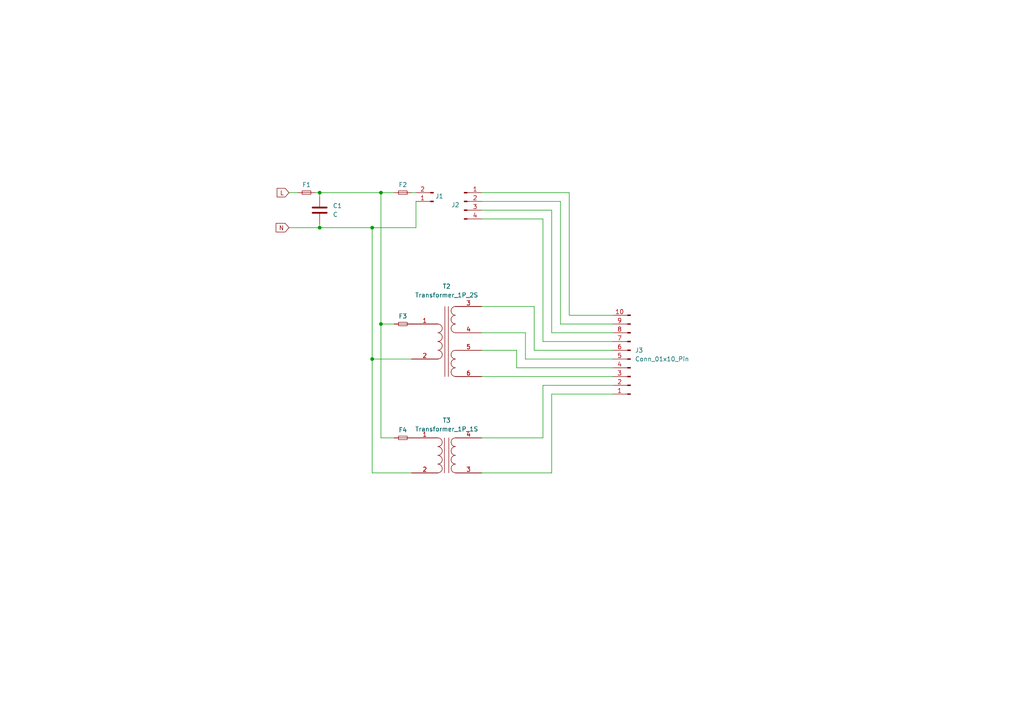
<source format=kicad_sch>
(kicad_sch
	(version 20231120)
	(generator "eeschema")
	(generator_version "8.0")
	(uuid "072b511e-f0ec-4909-b9c0-149273565cd2")
	(paper "A4")
	(lib_symbols
		(symbol "Connector:Conn_01x02_Pin"
			(pin_names
				(offset 1.016) hide)
			(exclude_from_sim no)
			(in_bom yes)
			(on_board yes)
			(property "Reference" "J"
				(at 0 2.54 0)
				(effects
					(font
						(size 1.27 1.27)
					)
				)
			)
			(property "Value" "Conn_01x02_Pin"
				(at 0 -5.08 0)
				(effects
					(font
						(size 1.27 1.27)
					)
				)
			)
			(property "Footprint" ""
				(at 0 0 0)
				(effects
					(font
						(size 1.27 1.27)
					)
					(hide yes)
				)
			)
			(property "Datasheet" "~"
				(at 0 0 0)
				(effects
					(font
						(size 1.27 1.27)
					)
					(hide yes)
				)
			)
			(property "Description" "Generic connector, single row, 01x02, script generated"
				(at 0 0 0)
				(effects
					(font
						(size 1.27 1.27)
					)
					(hide yes)
				)
			)
			(property "ki_locked" ""
				(at 0 0 0)
				(effects
					(font
						(size 1.27 1.27)
					)
				)
			)
			(property "ki_keywords" "connector"
				(at 0 0 0)
				(effects
					(font
						(size 1.27 1.27)
					)
					(hide yes)
				)
			)
			(property "ki_fp_filters" "Connector*:*_1x??_*"
				(at 0 0 0)
				(effects
					(font
						(size 1.27 1.27)
					)
					(hide yes)
				)
			)
			(symbol "Conn_01x02_Pin_1_1"
				(polyline
					(pts
						(xy 1.27 -2.54) (xy 0.8636 -2.54)
					)
					(stroke
						(width 0.1524)
						(type default)
					)
					(fill
						(type none)
					)
				)
				(polyline
					(pts
						(xy 1.27 0) (xy 0.8636 0)
					)
					(stroke
						(width 0.1524)
						(type default)
					)
					(fill
						(type none)
					)
				)
				(rectangle
					(start 0.8636 -2.413)
					(end 0 -2.667)
					(stroke
						(width 0.1524)
						(type default)
					)
					(fill
						(type outline)
					)
				)
				(rectangle
					(start 0.8636 0.127)
					(end 0 -0.127)
					(stroke
						(width 0.1524)
						(type default)
					)
					(fill
						(type outline)
					)
				)
				(pin passive line
					(at 5.08 0 180)
					(length 3.81)
					(name "Pin_1"
						(effects
							(font
								(size 1.27 1.27)
							)
						)
					)
					(number "1"
						(effects
							(font
								(size 1.27 1.27)
							)
						)
					)
				)
				(pin passive line
					(at 5.08 -2.54 180)
					(length 3.81)
					(name "Pin_2"
						(effects
							(font
								(size 1.27 1.27)
							)
						)
					)
					(number "2"
						(effects
							(font
								(size 1.27 1.27)
							)
						)
					)
				)
			)
		)
		(symbol "Connector:Conn_01x04_Pin"
			(pin_names
				(offset 1.016) hide)
			(exclude_from_sim no)
			(in_bom yes)
			(on_board yes)
			(property "Reference" "J"
				(at 0 5.08 0)
				(effects
					(font
						(size 1.27 1.27)
					)
				)
			)
			(property "Value" "Conn_01x04_Pin"
				(at 0 -7.62 0)
				(effects
					(font
						(size 1.27 1.27)
					)
				)
			)
			(property "Footprint" ""
				(at 0 0 0)
				(effects
					(font
						(size 1.27 1.27)
					)
					(hide yes)
				)
			)
			(property "Datasheet" "~"
				(at 0 0 0)
				(effects
					(font
						(size 1.27 1.27)
					)
					(hide yes)
				)
			)
			(property "Description" "Generic connector, single row, 01x04, script generated"
				(at 0 0 0)
				(effects
					(font
						(size 1.27 1.27)
					)
					(hide yes)
				)
			)
			(property "ki_locked" ""
				(at 0 0 0)
				(effects
					(font
						(size 1.27 1.27)
					)
				)
			)
			(property "ki_keywords" "connector"
				(at 0 0 0)
				(effects
					(font
						(size 1.27 1.27)
					)
					(hide yes)
				)
			)
			(property "ki_fp_filters" "Connector*:*_1x??_*"
				(at 0 0 0)
				(effects
					(font
						(size 1.27 1.27)
					)
					(hide yes)
				)
			)
			(symbol "Conn_01x04_Pin_1_1"
				(polyline
					(pts
						(xy 1.27 -5.08) (xy 0.8636 -5.08)
					)
					(stroke
						(width 0.1524)
						(type default)
					)
					(fill
						(type none)
					)
				)
				(polyline
					(pts
						(xy 1.27 -2.54) (xy 0.8636 -2.54)
					)
					(stroke
						(width 0.1524)
						(type default)
					)
					(fill
						(type none)
					)
				)
				(polyline
					(pts
						(xy 1.27 0) (xy 0.8636 0)
					)
					(stroke
						(width 0.1524)
						(type default)
					)
					(fill
						(type none)
					)
				)
				(polyline
					(pts
						(xy 1.27 2.54) (xy 0.8636 2.54)
					)
					(stroke
						(width 0.1524)
						(type default)
					)
					(fill
						(type none)
					)
				)
				(rectangle
					(start 0.8636 -4.953)
					(end 0 -5.207)
					(stroke
						(width 0.1524)
						(type default)
					)
					(fill
						(type outline)
					)
				)
				(rectangle
					(start 0.8636 -2.413)
					(end 0 -2.667)
					(stroke
						(width 0.1524)
						(type default)
					)
					(fill
						(type outline)
					)
				)
				(rectangle
					(start 0.8636 0.127)
					(end 0 -0.127)
					(stroke
						(width 0.1524)
						(type default)
					)
					(fill
						(type outline)
					)
				)
				(rectangle
					(start 0.8636 2.667)
					(end 0 2.413)
					(stroke
						(width 0.1524)
						(type default)
					)
					(fill
						(type outline)
					)
				)
				(pin passive line
					(at 5.08 2.54 180)
					(length 3.81)
					(name "Pin_1"
						(effects
							(font
								(size 1.27 1.27)
							)
						)
					)
					(number "1"
						(effects
							(font
								(size 1.27 1.27)
							)
						)
					)
				)
				(pin passive line
					(at 5.08 0 180)
					(length 3.81)
					(name "Pin_2"
						(effects
							(font
								(size 1.27 1.27)
							)
						)
					)
					(number "2"
						(effects
							(font
								(size 1.27 1.27)
							)
						)
					)
				)
				(pin passive line
					(at 5.08 -2.54 180)
					(length 3.81)
					(name "Pin_3"
						(effects
							(font
								(size 1.27 1.27)
							)
						)
					)
					(number "3"
						(effects
							(font
								(size 1.27 1.27)
							)
						)
					)
				)
				(pin passive line
					(at 5.08 -5.08 180)
					(length 3.81)
					(name "Pin_4"
						(effects
							(font
								(size 1.27 1.27)
							)
						)
					)
					(number "4"
						(effects
							(font
								(size 1.27 1.27)
							)
						)
					)
				)
			)
		)
		(symbol "Connector:Conn_01x10_Pin"
			(pin_names
				(offset 1.016) hide)
			(exclude_from_sim no)
			(in_bom yes)
			(on_board yes)
			(property "Reference" "J"
				(at 0 12.7 0)
				(effects
					(font
						(size 1.27 1.27)
					)
				)
			)
			(property "Value" "Conn_01x10_Pin"
				(at 0 -15.24 0)
				(effects
					(font
						(size 1.27 1.27)
					)
				)
			)
			(property "Footprint" ""
				(at 0 0 0)
				(effects
					(font
						(size 1.27 1.27)
					)
					(hide yes)
				)
			)
			(property "Datasheet" "~"
				(at 0 0 0)
				(effects
					(font
						(size 1.27 1.27)
					)
					(hide yes)
				)
			)
			(property "Description" "Generic connector, single row, 01x10, script generated"
				(at 0 0 0)
				(effects
					(font
						(size 1.27 1.27)
					)
					(hide yes)
				)
			)
			(property "ki_locked" ""
				(at 0 0 0)
				(effects
					(font
						(size 1.27 1.27)
					)
				)
			)
			(property "ki_keywords" "connector"
				(at 0 0 0)
				(effects
					(font
						(size 1.27 1.27)
					)
					(hide yes)
				)
			)
			(property "ki_fp_filters" "Connector*:*_1x??_*"
				(at 0 0 0)
				(effects
					(font
						(size 1.27 1.27)
					)
					(hide yes)
				)
			)
			(symbol "Conn_01x10_Pin_1_1"
				(polyline
					(pts
						(xy 1.27 -12.7) (xy 0.8636 -12.7)
					)
					(stroke
						(width 0.1524)
						(type default)
					)
					(fill
						(type none)
					)
				)
				(polyline
					(pts
						(xy 1.27 -10.16) (xy 0.8636 -10.16)
					)
					(stroke
						(width 0.1524)
						(type default)
					)
					(fill
						(type none)
					)
				)
				(polyline
					(pts
						(xy 1.27 -7.62) (xy 0.8636 -7.62)
					)
					(stroke
						(width 0.1524)
						(type default)
					)
					(fill
						(type none)
					)
				)
				(polyline
					(pts
						(xy 1.27 -5.08) (xy 0.8636 -5.08)
					)
					(stroke
						(width 0.1524)
						(type default)
					)
					(fill
						(type none)
					)
				)
				(polyline
					(pts
						(xy 1.27 -2.54) (xy 0.8636 -2.54)
					)
					(stroke
						(width 0.1524)
						(type default)
					)
					(fill
						(type none)
					)
				)
				(polyline
					(pts
						(xy 1.27 0) (xy 0.8636 0)
					)
					(stroke
						(width 0.1524)
						(type default)
					)
					(fill
						(type none)
					)
				)
				(polyline
					(pts
						(xy 1.27 2.54) (xy 0.8636 2.54)
					)
					(stroke
						(width 0.1524)
						(type default)
					)
					(fill
						(type none)
					)
				)
				(polyline
					(pts
						(xy 1.27 5.08) (xy 0.8636 5.08)
					)
					(stroke
						(width 0.1524)
						(type default)
					)
					(fill
						(type none)
					)
				)
				(polyline
					(pts
						(xy 1.27 7.62) (xy 0.8636 7.62)
					)
					(stroke
						(width 0.1524)
						(type default)
					)
					(fill
						(type none)
					)
				)
				(polyline
					(pts
						(xy 1.27 10.16) (xy 0.8636 10.16)
					)
					(stroke
						(width 0.1524)
						(type default)
					)
					(fill
						(type none)
					)
				)
				(rectangle
					(start 0.8636 -12.573)
					(end 0 -12.827)
					(stroke
						(width 0.1524)
						(type default)
					)
					(fill
						(type outline)
					)
				)
				(rectangle
					(start 0.8636 -10.033)
					(end 0 -10.287)
					(stroke
						(width 0.1524)
						(type default)
					)
					(fill
						(type outline)
					)
				)
				(rectangle
					(start 0.8636 -7.493)
					(end 0 -7.747)
					(stroke
						(width 0.1524)
						(type default)
					)
					(fill
						(type outline)
					)
				)
				(rectangle
					(start 0.8636 -4.953)
					(end 0 -5.207)
					(stroke
						(width 0.1524)
						(type default)
					)
					(fill
						(type outline)
					)
				)
				(rectangle
					(start 0.8636 -2.413)
					(end 0 -2.667)
					(stroke
						(width 0.1524)
						(type default)
					)
					(fill
						(type outline)
					)
				)
				(rectangle
					(start 0.8636 0.127)
					(end 0 -0.127)
					(stroke
						(width 0.1524)
						(type default)
					)
					(fill
						(type outline)
					)
				)
				(rectangle
					(start 0.8636 2.667)
					(end 0 2.413)
					(stroke
						(width 0.1524)
						(type default)
					)
					(fill
						(type outline)
					)
				)
				(rectangle
					(start 0.8636 5.207)
					(end 0 4.953)
					(stroke
						(width 0.1524)
						(type default)
					)
					(fill
						(type outline)
					)
				)
				(rectangle
					(start 0.8636 7.747)
					(end 0 7.493)
					(stroke
						(width 0.1524)
						(type default)
					)
					(fill
						(type outline)
					)
				)
				(rectangle
					(start 0.8636 10.287)
					(end 0 10.033)
					(stroke
						(width 0.1524)
						(type default)
					)
					(fill
						(type outline)
					)
				)
				(pin passive line
					(at 5.08 10.16 180)
					(length 3.81)
					(name "Pin_1"
						(effects
							(font
								(size 1.27 1.27)
							)
						)
					)
					(number "1"
						(effects
							(font
								(size 1.27 1.27)
							)
						)
					)
				)
				(pin passive line
					(at 5.08 -12.7 180)
					(length 3.81)
					(name "Pin_10"
						(effects
							(font
								(size 1.27 1.27)
							)
						)
					)
					(number "10"
						(effects
							(font
								(size 1.27 1.27)
							)
						)
					)
				)
				(pin passive line
					(at 5.08 7.62 180)
					(length 3.81)
					(name "Pin_2"
						(effects
							(font
								(size 1.27 1.27)
							)
						)
					)
					(number "2"
						(effects
							(font
								(size 1.27 1.27)
							)
						)
					)
				)
				(pin passive line
					(at 5.08 5.08 180)
					(length 3.81)
					(name "Pin_3"
						(effects
							(font
								(size 1.27 1.27)
							)
						)
					)
					(number "3"
						(effects
							(font
								(size 1.27 1.27)
							)
						)
					)
				)
				(pin passive line
					(at 5.08 2.54 180)
					(length 3.81)
					(name "Pin_4"
						(effects
							(font
								(size 1.27 1.27)
							)
						)
					)
					(number "4"
						(effects
							(font
								(size 1.27 1.27)
							)
						)
					)
				)
				(pin passive line
					(at 5.08 0 180)
					(length 3.81)
					(name "Pin_5"
						(effects
							(font
								(size 1.27 1.27)
							)
						)
					)
					(number "5"
						(effects
							(font
								(size 1.27 1.27)
							)
						)
					)
				)
				(pin passive line
					(at 5.08 -2.54 180)
					(length 3.81)
					(name "Pin_6"
						(effects
							(font
								(size 1.27 1.27)
							)
						)
					)
					(number "6"
						(effects
							(font
								(size 1.27 1.27)
							)
						)
					)
				)
				(pin passive line
					(at 5.08 -5.08 180)
					(length 3.81)
					(name "Pin_7"
						(effects
							(font
								(size 1.27 1.27)
							)
						)
					)
					(number "7"
						(effects
							(font
								(size 1.27 1.27)
							)
						)
					)
				)
				(pin passive line
					(at 5.08 -7.62 180)
					(length 3.81)
					(name "Pin_8"
						(effects
							(font
								(size 1.27 1.27)
							)
						)
					)
					(number "8"
						(effects
							(font
								(size 1.27 1.27)
							)
						)
					)
				)
				(pin passive line
					(at 5.08 -10.16 180)
					(length 3.81)
					(name "Pin_9"
						(effects
							(font
								(size 1.27 1.27)
							)
						)
					)
					(number "9"
						(effects
							(font
								(size 1.27 1.27)
							)
						)
					)
				)
			)
		)
		(symbol "Device:C"
			(pin_numbers hide)
			(pin_names
				(offset 0.254)
			)
			(exclude_from_sim no)
			(in_bom yes)
			(on_board yes)
			(property "Reference" "C"
				(at 0.635 2.54 0)
				(effects
					(font
						(size 1.27 1.27)
					)
					(justify left)
				)
			)
			(property "Value" "C"
				(at 0.635 -2.54 0)
				(effects
					(font
						(size 1.27 1.27)
					)
					(justify left)
				)
			)
			(property "Footprint" ""
				(at 0.9652 -3.81 0)
				(effects
					(font
						(size 1.27 1.27)
					)
					(hide yes)
				)
			)
			(property "Datasheet" "~"
				(at 0 0 0)
				(effects
					(font
						(size 1.27 1.27)
					)
					(hide yes)
				)
			)
			(property "Description" "Unpolarized capacitor"
				(at 0 0 0)
				(effects
					(font
						(size 1.27 1.27)
					)
					(hide yes)
				)
			)
			(property "ki_keywords" "cap capacitor"
				(at 0 0 0)
				(effects
					(font
						(size 1.27 1.27)
					)
					(hide yes)
				)
			)
			(property "ki_fp_filters" "C_*"
				(at 0 0 0)
				(effects
					(font
						(size 1.27 1.27)
					)
					(hide yes)
				)
			)
			(symbol "C_0_1"
				(polyline
					(pts
						(xy -2.032 -0.762) (xy 2.032 -0.762)
					)
					(stroke
						(width 0.508)
						(type default)
					)
					(fill
						(type none)
					)
				)
				(polyline
					(pts
						(xy -2.032 0.762) (xy 2.032 0.762)
					)
					(stroke
						(width 0.508)
						(type default)
					)
					(fill
						(type none)
					)
				)
			)
			(symbol "C_1_1"
				(pin passive line
					(at 0 3.81 270)
					(length 2.794)
					(name "~"
						(effects
							(font
								(size 1.27 1.27)
							)
						)
					)
					(number "1"
						(effects
							(font
								(size 1.27 1.27)
							)
						)
					)
				)
				(pin passive line
					(at 0 -3.81 90)
					(length 2.794)
					(name "~"
						(effects
							(font
								(size 1.27 1.27)
							)
						)
					)
					(number "2"
						(effects
							(font
								(size 1.27 1.27)
							)
						)
					)
				)
			)
		)
		(symbol "Device:Fuse_Small"
			(pin_numbers hide)
			(pin_names
				(offset 0.254) hide)
			(exclude_from_sim no)
			(in_bom yes)
			(on_board yes)
			(property "Reference" "F"
				(at 0 -1.524 0)
				(effects
					(font
						(size 1.27 1.27)
					)
				)
			)
			(property "Value" "Fuse_Small"
				(at 0 1.524 0)
				(effects
					(font
						(size 1.27 1.27)
					)
				)
			)
			(property "Footprint" ""
				(at 0 0 0)
				(effects
					(font
						(size 1.27 1.27)
					)
					(hide yes)
				)
			)
			(property "Datasheet" "~"
				(at 0 0 0)
				(effects
					(font
						(size 1.27 1.27)
					)
					(hide yes)
				)
			)
			(property "Description" "Fuse, small symbol"
				(at 0 0 0)
				(effects
					(font
						(size 1.27 1.27)
					)
					(hide yes)
				)
			)
			(property "ki_keywords" "fuse"
				(at 0 0 0)
				(effects
					(font
						(size 1.27 1.27)
					)
					(hide yes)
				)
			)
			(property "ki_fp_filters" "*Fuse*"
				(at 0 0 0)
				(effects
					(font
						(size 1.27 1.27)
					)
					(hide yes)
				)
			)
			(symbol "Fuse_Small_0_1"
				(rectangle
					(start -1.27 0.508)
					(end 1.27 -0.508)
					(stroke
						(width 0)
						(type default)
					)
					(fill
						(type none)
					)
				)
				(polyline
					(pts
						(xy -1.27 0) (xy 1.27 0)
					)
					(stroke
						(width 0)
						(type default)
					)
					(fill
						(type none)
					)
				)
			)
			(symbol "Fuse_Small_1_1"
				(pin passive line
					(at -2.54 0 0)
					(length 1.27)
					(name "~"
						(effects
							(font
								(size 1.27 1.27)
							)
						)
					)
					(number "1"
						(effects
							(font
								(size 1.27 1.27)
							)
						)
					)
				)
				(pin passive line
					(at 2.54 0 180)
					(length 1.27)
					(name "~"
						(effects
							(font
								(size 1.27 1.27)
							)
						)
					)
					(number "2"
						(effects
							(font
								(size 1.27 1.27)
							)
						)
					)
				)
			)
		)
		(symbol "Device:Transformer_1P_1S"
			(pin_names
				(offset 1.016) hide)
			(exclude_from_sim no)
			(in_bom yes)
			(on_board yes)
			(property "Reference" "T"
				(at 0 6.35 0)
				(effects
					(font
						(size 1.27 1.27)
					)
				)
			)
			(property "Value" "Transformer_1P_1S"
				(at 0 -7.62 0)
				(effects
					(font
						(size 1.27 1.27)
					)
				)
			)
			(property "Footprint" ""
				(at 0 0 0)
				(effects
					(font
						(size 1.27 1.27)
					)
					(hide yes)
				)
			)
			(property "Datasheet" "~"
				(at 0 0 0)
				(effects
					(font
						(size 1.27 1.27)
					)
					(hide yes)
				)
			)
			(property "Description" "Transformer, single primary, single secondary"
				(at 0 0 0)
				(effects
					(font
						(size 1.27 1.27)
					)
					(hide yes)
				)
			)
			(property "ki_keywords" "transformer coil magnet"
				(at 0 0 0)
				(effects
					(font
						(size 1.27 1.27)
					)
					(hide yes)
				)
			)
			(symbol "Transformer_1P_1S_0_1"
				(arc
					(start -2.54 -5.0546)
					(mid -1.6599 -4.6901)
					(end -1.27 -3.81)
					(stroke
						(width 0)
						(type default)
					)
					(fill
						(type none)
					)
				)
				(arc
					(start -2.54 -2.5146)
					(mid -1.6599 -2.1501)
					(end -1.27 -1.27)
					(stroke
						(width 0)
						(type default)
					)
					(fill
						(type none)
					)
				)
				(arc
					(start -2.54 0.0254)
					(mid -1.6599 0.3899)
					(end -1.27 1.27)
					(stroke
						(width 0)
						(type default)
					)
					(fill
						(type none)
					)
				)
				(arc
					(start -2.54 2.5654)
					(mid -1.6599 2.9299)
					(end -1.27 3.81)
					(stroke
						(width 0)
						(type default)
					)
					(fill
						(type none)
					)
				)
				(arc
					(start -1.27 -3.81)
					(mid -1.642 -2.912)
					(end -2.54 -2.54)
					(stroke
						(width 0)
						(type default)
					)
					(fill
						(type none)
					)
				)
				(arc
					(start -1.27 -1.27)
					(mid -1.642 -0.372)
					(end -2.54 0)
					(stroke
						(width 0)
						(type default)
					)
					(fill
						(type none)
					)
				)
				(arc
					(start -1.27 1.27)
					(mid -1.642 2.168)
					(end -2.54 2.54)
					(stroke
						(width 0)
						(type default)
					)
					(fill
						(type none)
					)
				)
				(arc
					(start -1.27 3.81)
					(mid -1.642 4.708)
					(end -2.54 5.08)
					(stroke
						(width 0)
						(type default)
					)
					(fill
						(type none)
					)
				)
				(polyline
					(pts
						(xy -0.635 5.08) (xy -0.635 -5.08)
					)
					(stroke
						(width 0)
						(type default)
					)
					(fill
						(type none)
					)
				)
				(polyline
					(pts
						(xy 0.635 -5.08) (xy 0.635 5.08)
					)
					(stroke
						(width 0)
						(type default)
					)
					(fill
						(type none)
					)
				)
				(arc
					(start 1.2954 -1.27)
					(mid 1.6599 -2.1501)
					(end 2.54 -2.5146)
					(stroke
						(width 0)
						(type default)
					)
					(fill
						(type none)
					)
				)
				(arc
					(start 1.2954 1.27)
					(mid 1.6599 0.3899)
					(end 2.54 0.0254)
					(stroke
						(width 0)
						(type default)
					)
					(fill
						(type none)
					)
				)
				(arc
					(start 1.2954 3.81)
					(mid 1.6599 2.9299)
					(end 2.54 2.5654)
					(stroke
						(width 0)
						(type default)
					)
					(fill
						(type none)
					)
				)
				(arc
					(start 1.3208 -3.81)
					(mid 1.6853 -4.6901)
					(end 2.5654 -5.0546)
					(stroke
						(width 0)
						(type default)
					)
					(fill
						(type none)
					)
				)
				(arc
					(start 2.54 0)
					(mid 1.642 -0.372)
					(end 1.2954 -1.27)
					(stroke
						(width 0)
						(type default)
					)
					(fill
						(type none)
					)
				)
				(arc
					(start 2.54 2.54)
					(mid 1.642 2.168)
					(end 1.2954 1.27)
					(stroke
						(width 0)
						(type default)
					)
					(fill
						(type none)
					)
				)
				(arc
					(start 2.54 5.08)
					(mid 1.642 4.708)
					(end 1.2954 3.81)
					(stroke
						(width 0)
						(type default)
					)
					(fill
						(type none)
					)
				)
				(arc
					(start 2.5654 -2.54)
					(mid 1.6674 -2.912)
					(end 1.3208 -3.81)
					(stroke
						(width 0)
						(type default)
					)
					(fill
						(type none)
					)
				)
			)
			(symbol "Transformer_1P_1S_1_1"
				(pin passive line
					(at -10.16 5.08 0)
					(length 7.62)
					(name "AA"
						(effects
							(font
								(size 1.27 1.27)
							)
						)
					)
					(number "1"
						(effects
							(font
								(size 1.27 1.27)
							)
						)
					)
				)
				(pin passive line
					(at -10.16 -5.08 0)
					(length 7.62)
					(name "AB"
						(effects
							(font
								(size 1.27 1.27)
							)
						)
					)
					(number "2"
						(effects
							(font
								(size 1.27 1.27)
							)
						)
					)
				)
				(pin passive line
					(at 10.16 -5.08 180)
					(length 7.62)
					(name "SA"
						(effects
							(font
								(size 1.27 1.27)
							)
						)
					)
					(number "3"
						(effects
							(font
								(size 1.27 1.27)
							)
						)
					)
				)
				(pin passive line
					(at 10.16 5.08 180)
					(length 7.62)
					(name "SB"
						(effects
							(font
								(size 1.27 1.27)
							)
						)
					)
					(number "4"
						(effects
							(font
								(size 1.27 1.27)
							)
						)
					)
				)
			)
		)
		(symbol "Device:Transformer_1P_2S"
			(pin_names
				(offset 1.016) hide)
			(exclude_from_sim no)
			(in_bom yes)
			(on_board yes)
			(property "Reference" "T"
				(at 0 12.7 0)
				(effects
					(font
						(size 1.27 1.27)
					)
				)
			)
			(property "Value" "Transformer_1P_2S"
				(at 0 -12.7 0)
				(effects
					(font
						(size 1.27 1.27)
					)
				)
			)
			(property "Footprint" ""
				(at 0 0 0)
				(effects
					(font
						(size 1.27 1.27)
					)
					(hide yes)
				)
			)
			(property "Datasheet" "~"
				(at 0 0 0)
				(effects
					(font
						(size 1.27 1.27)
					)
					(hide yes)
				)
			)
			(property "Description" "Transformer, single primary, dual secondary"
				(at 0 0 0)
				(effects
					(font
						(size 1.27 1.27)
					)
					(hide yes)
				)
			)
			(property "ki_keywords" "transformer coil magnet"
				(at 0 0 0)
				(effects
					(font
						(size 1.27 1.27)
					)
					(hide yes)
				)
			)
			(symbol "Transformer_1P_2S_0_1"
				(arc
					(start -2.54 -5.0546)
					(mid -1.6599 -4.6901)
					(end -1.27 -3.81)
					(stroke
						(width 0)
						(type default)
					)
					(fill
						(type none)
					)
				)
				(arc
					(start -2.54 -2.5146)
					(mid -1.6599 -2.1501)
					(end -1.27 -1.27)
					(stroke
						(width 0)
						(type default)
					)
					(fill
						(type none)
					)
				)
				(arc
					(start -2.54 0.0254)
					(mid -1.6599 0.3899)
					(end -1.27 1.27)
					(stroke
						(width 0)
						(type default)
					)
					(fill
						(type none)
					)
				)
				(arc
					(start -2.54 2.5654)
					(mid -1.6599 2.9299)
					(end -1.27 3.81)
					(stroke
						(width 0)
						(type default)
					)
					(fill
						(type none)
					)
				)
				(arc
					(start -1.27 -3.81)
					(mid -1.642 -2.912)
					(end -2.54 -2.54)
					(stroke
						(width 0)
						(type default)
					)
					(fill
						(type none)
					)
				)
				(arc
					(start -1.27 -1.27)
					(mid -1.642 -0.372)
					(end -2.54 0)
					(stroke
						(width 0)
						(type default)
					)
					(fill
						(type none)
					)
				)
				(arc
					(start -1.27 1.27)
					(mid -1.642 2.168)
					(end -2.54 2.54)
					(stroke
						(width 0)
						(type default)
					)
					(fill
						(type none)
					)
				)
				(arc
					(start -1.27 3.81)
					(mid -1.642 4.708)
					(end -2.54 5.08)
					(stroke
						(width 0)
						(type default)
					)
					(fill
						(type none)
					)
				)
				(polyline
					(pts
						(xy -0.508 -10.16) (xy -0.508 10.16)
					)
					(stroke
						(width 0)
						(type default)
					)
					(fill
						(type none)
					)
				)
				(polyline
					(pts
						(xy 0.508 10.16) (xy 0.508 -10.16)
					)
					(stroke
						(width 0)
						(type default)
					)
					(fill
						(type none)
					)
				)
				(arc
					(start 1.2954 -8.89)
					(mid 1.6599 -9.7701)
					(end 2.54 -10.1346)
					(stroke
						(width 0)
						(type default)
					)
					(fill
						(type none)
					)
				)
				(arc
					(start 1.2954 -6.35)
					(mid 1.6599 -7.2301)
					(end 2.54 -7.5946)
					(stroke
						(width 0)
						(type default)
					)
					(fill
						(type none)
					)
				)
				(arc
					(start 1.2954 -3.81)
					(mid 1.6599 -4.6901)
					(end 2.54 -5.0546)
					(stroke
						(width 0)
						(type default)
					)
					(fill
						(type none)
					)
				)
				(arc
					(start 1.2954 3.81)
					(mid 1.6599 2.9299)
					(end 2.54 2.5654)
					(stroke
						(width 0)
						(type default)
					)
					(fill
						(type none)
					)
				)
				(arc
					(start 1.2954 6.35)
					(mid 1.6599 5.4699)
					(end 2.54 5.1054)
					(stroke
						(width 0)
						(type default)
					)
					(fill
						(type none)
					)
				)
				(arc
					(start 1.2954 8.89)
					(mid 1.6599 8.0099)
					(end 2.54 7.6454)
					(stroke
						(width 0)
						(type default)
					)
					(fill
						(type none)
					)
				)
				(arc
					(start 2.54 -7.62)
					(mid 1.642 -7.992)
					(end 1.2954 -8.89)
					(stroke
						(width 0)
						(type default)
					)
					(fill
						(type none)
					)
				)
				(arc
					(start 2.54 -5.08)
					(mid 1.642 -5.452)
					(end 1.2954 -6.35)
					(stroke
						(width 0)
						(type default)
					)
					(fill
						(type none)
					)
				)
				(arc
					(start 2.54 -2.54)
					(mid 1.642 -2.912)
					(end 1.2954 -3.81)
					(stroke
						(width 0)
						(type default)
					)
					(fill
						(type none)
					)
				)
				(arc
					(start 2.54 5.08)
					(mid 1.642 4.708)
					(end 1.2954 3.81)
					(stroke
						(width 0)
						(type default)
					)
					(fill
						(type none)
					)
				)
				(arc
					(start 2.54 7.62)
					(mid 1.642 7.248)
					(end 1.2954 6.35)
					(stroke
						(width 0)
						(type default)
					)
					(fill
						(type none)
					)
				)
				(arc
					(start 2.54 10.16)
					(mid 1.642 9.788)
					(end 1.2954 8.89)
					(stroke
						(width 0)
						(type default)
					)
					(fill
						(type none)
					)
				)
			)
			(symbol "Transformer_1P_2S_1_1"
				(pin passive line
					(at -10.16 5.08 0)
					(length 7.62)
					(name "AA"
						(effects
							(font
								(size 1.27 1.27)
							)
						)
					)
					(number "1"
						(effects
							(font
								(size 1.27 1.27)
							)
						)
					)
				)
				(pin passive line
					(at -10.16 -5.08 0)
					(length 7.62)
					(name "AB"
						(effects
							(font
								(size 1.27 1.27)
							)
						)
					)
					(number "2"
						(effects
							(font
								(size 1.27 1.27)
							)
						)
					)
				)
				(pin passive line
					(at 10.16 10.16 180)
					(length 7.62)
					(name "SA"
						(effects
							(font
								(size 1.27 1.27)
							)
						)
					)
					(number "3"
						(effects
							(font
								(size 1.27 1.27)
							)
						)
					)
				)
				(pin passive line
					(at 10.16 2.54 180)
					(length 7.62)
					(name "SB"
						(effects
							(font
								(size 1.27 1.27)
							)
						)
					)
					(number "4"
						(effects
							(font
								(size 1.27 1.27)
							)
						)
					)
				)
				(pin passive line
					(at 10.16 -2.54 180)
					(length 7.62)
					(name "SC"
						(effects
							(font
								(size 1.27 1.27)
							)
						)
					)
					(number "5"
						(effects
							(font
								(size 1.27 1.27)
							)
						)
					)
				)
				(pin passive line
					(at 10.16 -10.16 180)
					(length 7.62)
					(name "SD"
						(effects
							(font
								(size 1.27 1.27)
							)
						)
					)
					(number "6"
						(effects
							(font
								(size 1.27 1.27)
							)
						)
					)
				)
			)
		)
	)
	(junction
		(at 107.95 104.14)
		(diameter 0)
		(color 0 0 0 0)
		(uuid "702046a0-8f5d-42cb-9af3-0519fca340f7")
	)
	(junction
		(at 107.95 66.04)
		(diameter 0)
		(color 0 0 0 0)
		(uuid "70af064d-5817-45c9-b879-d20a7b7b1b84")
	)
	(junction
		(at 110.49 55.88)
		(diameter 0)
		(color 0 0 0 0)
		(uuid "c8c2094d-7644-43a3-b8b1-c7f11daee41b")
	)
	(junction
		(at 110.49 93.98)
		(diameter 0)
		(color 0 0 0 0)
		(uuid "dc922b40-0beb-4317-bdb5-086d11d32bea")
	)
	(junction
		(at 92.71 55.88)
		(diameter 0)
		(color 0 0 0 0)
		(uuid "ee5af16c-b9d8-420a-98e6-7067421c2ab4")
	)
	(junction
		(at 92.71 66.04)
		(diameter 0)
		(color 0 0 0 0)
		(uuid "f7da677b-feb8-424b-bb03-fed863a93208")
	)
	(wire
		(pts
			(xy 139.7 101.6) (xy 149.86 101.6)
		)
		(stroke
			(width 0)
			(type default)
		)
		(uuid "03aebee6-07fe-4614-ac44-9e6f0f556d2a")
	)
	(wire
		(pts
			(xy 157.48 63.5) (xy 157.48 99.06)
		)
		(stroke
			(width 0)
			(type default)
		)
		(uuid "0535629e-e539-4ba0-89c5-f9bd766c69a3")
	)
	(wire
		(pts
			(xy 152.4 104.14) (xy 177.8 104.14)
		)
		(stroke
			(width 0)
			(type default)
		)
		(uuid "07353162-c7e0-48be-b093-e8cd4ccf1c99")
	)
	(wire
		(pts
			(xy 162.56 58.42) (xy 162.56 93.98)
		)
		(stroke
			(width 0)
			(type default)
		)
		(uuid "21023a71-39d3-4576-908b-ae317f2b2def")
	)
	(wire
		(pts
			(xy 139.7 96.52) (xy 152.4 96.52)
		)
		(stroke
			(width 0)
			(type default)
		)
		(uuid "309dd896-fcdd-44c6-964a-8c3fc26325a4")
	)
	(wire
		(pts
			(xy 139.7 127) (xy 157.48 127)
		)
		(stroke
			(width 0)
			(type default)
		)
		(uuid "31712336-794a-407c-9659-37378cf1ade3")
	)
	(wire
		(pts
			(xy 160.02 96.52) (xy 177.8 96.52)
		)
		(stroke
			(width 0)
			(type default)
		)
		(uuid "3872d16b-8b2e-4146-aa85-7c0ba11b1b82")
	)
	(wire
		(pts
			(xy 157.48 99.06) (xy 177.8 99.06)
		)
		(stroke
			(width 0)
			(type default)
		)
		(uuid "38fdc2c1-c980-40d3-b5be-f0882d3c7d93")
	)
	(wire
		(pts
			(xy 107.95 104.14) (xy 107.95 137.16)
		)
		(stroke
			(width 0)
			(type default)
		)
		(uuid "3b95115a-34a2-4b00-b020-39c65c79c868")
	)
	(wire
		(pts
			(xy 120.65 66.04) (xy 120.65 58.42)
		)
		(stroke
			(width 0)
			(type default)
		)
		(uuid "4389c2aa-bd5f-4a85-bef4-297facdff112")
	)
	(wire
		(pts
			(xy 110.49 93.98) (xy 114.3 93.98)
		)
		(stroke
			(width 0)
			(type default)
		)
		(uuid "4b08f409-5754-4283-b23c-35ccfca542b9")
	)
	(wire
		(pts
			(xy 119.38 55.88) (xy 120.65 55.88)
		)
		(stroke
			(width 0)
			(type default)
		)
		(uuid "4ef755f3-078a-44d0-807f-c05f26fcbbdc")
	)
	(wire
		(pts
			(xy 83.82 66.04) (xy 92.71 66.04)
		)
		(stroke
			(width 0)
			(type default)
		)
		(uuid "50240a66-f702-4d6a-8c27-41e00022fd56")
	)
	(wire
		(pts
			(xy 149.86 101.6) (xy 149.86 106.68)
		)
		(stroke
			(width 0)
			(type default)
		)
		(uuid "592c9dcc-1a11-41e4-9797-e58871782189")
	)
	(wire
		(pts
			(xy 154.94 88.9) (xy 154.94 101.6)
		)
		(stroke
			(width 0)
			(type default)
		)
		(uuid "5a64befd-00f7-4873-b543-558b5115b677")
	)
	(wire
		(pts
			(xy 110.49 127) (xy 114.3 127)
		)
		(stroke
			(width 0)
			(type default)
		)
		(uuid "5c131c7a-615a-4c0d-bbef-2d1a457d8e91")
	)
	(wire
		(pts
			(xy 107.95 66.04) (xy 120.65 66.04)
		)
		(stroke
			(width 0)
			(type default)
		)
		(uuid "5cfc2114-5320-4e3e-8eeb-3e16a5d601da")
	)
	(wire
		(pts
			(xy 139.7 63.5) (xy 157.48 63.5)
		)
		(stroke
			(width 0)
			(type default)
		)
		(uuid "63ffb284-1788-4e7f-88bc-ae9ea5f27d0d")
	)
	(wire
		(pts
			(xy 139.7 60.96) (xy 160.02 60.96)
		)
		(stroke
			(width 0)
			(type default)
		)
		(uuid "6600ea1f-6ac2-4e13-a4ab-19eee853a063")
	)
	(wire
		(pts
			(xy 139.7 55.88) (xy 165.1 55.88)
		)
		(stroke
			(width 0)
			(type default)
		)
		(uuid "68d2deb9-5a65-4e9a-8ac2-a4a04e2b1a33")
	)
	(wire
		(pts
			(xy 139.7 137.16) (xy 160.02 137.16)
		)
		(stroke
			(width 0)
			(type default)
		)
		(uuid "68e15084-662c-47b5-af64-927926ac6b70")
	)
	(wire
		(pts
			(xy 92.71 55.88) (xy 92.71 57.15)
		)
		(stroke
			(width 0)
			(type default)
		)
		(uuid "6c547092-3cab-446d-81f2-7ea462eaf655")
	)
	(wire
		(pts
			(xy 92.71 55.88) (xy 110.49 55.88)
		)
		(stroke
			(width 0)
			(type default)
		)
		(uuid "6f3d9a97-4bca-4472-9eeb-305f27a619a1")
	)
	(wire
		(pts
			(xy 92.71 64.77) (xy 92.71 66.04)
		)
		(stroke
			(width 0)
			(type default)
		)
		(uuid "72badcf1-6fa1-49f9-8de0-83e46a64dd83")
	)
	(wire
		(pts
			(xy 110.49 55.88) (xy 110.49 93.98)
		)
		(stroke
			(width 0)
			(type default)
		)
		(uuid "839115d3-ea41-4ec8-9225-a8d34fb75cd2")
	)
	(wire
		(pts
			(xy 110.49 93.98) (xy 110.49 127)
		)
		(stroke
			(width 0)
			(type default)
		)
		(uuid "85628733-cd4a-49ef-a6fb-b96033b2b4d0")
	)
	(wire
		(pts
			(xy 160.02 60.96) (xy 160.02 96.52)
		)
		(stroke
			(width 0)
			(type default)
		)
		(uuid "8bfe02c2-2413-4cfa-b841-0fe216f0308d")
	)
	(wire
		(pts
			(xy 162.56 93.98) (xy 177.8 93.98)
		)
		(stroke
			(width 0)
			(type default)
		)
		(uuid "8e4d8b58-0b3f-48c5-ad3f-de0a53fd9ec4")
	)
	(wire
		(pts
			(xy 139.7 58.42) (xy 162.56 58.42)
		)
		(stroke
			(width 0)
			(type default)
		)
		(uuid "9278de70-3bf0-4108-9556-a3e754312182")
	)
	(wire
		(pts
			(xy 160.02 114.3) (xy 177.8 114.3)
		)
		(stroke
			(width 0)
			(type default)
		)
		(uuid "9ba3b17f-9f0c-4315-8d34-275bce5bd07c")
	)
	(wire
		(pts
			(xy 110.49 55.88) (xy 114.3 55.88)
		)
		(stroke
			(width 0)
			(type default)
		)
		(uuid "9f6d6f64-8b74-4bcc-9ab8-7f74ddfdce1b")
	)
	(wire
		(pts
			(xy 139.7 109.22) (xy 177.8 109.22)
		)
		(stroke
			(width 0)
			(type default)
		)
		(uuid "a266c60a-bfc9-41c5-a05e-3f857a3d5afc")
	)
	(wire
		(pts
			(xy 165.1 55.88) (xy 165.1 91.44)
		)
		(stroke
			(width 0)
			(type default)
		)
		(uuid "a5647281-fb0f-4a89-bac3-5ab5825d13e5")
	)
	(wire
		(pts
			(xy 107.95 66.04) (xy 107.95 104.14)
		)
		(stroke
			(width 0)
			(type default)
		)
		(uuid "a582d958-dc4d-4eb2-8a5b-371b02c7faba")
	)
	(wire
		(pts
			(xy 92.71 66.04) (xy 107.95 66.04)
		)
		(stroke
			(width 0)
			(type default)
		)
		(uuid "ae61e277-a195-4ca3-9e3b-721eca658373")
	)
	(wire
		(pts
			(xy 165.1 91.44) (xy 177.8 91.44)
		)
		(stroke
			(width 0)
			(type default)
		)
		(uuid "b01ba5a3-9a2d-471d-aae3-a2569275dbf0")
	)
	(wire
		(pts
			(xy 119.38 137.16) (xy 107.95 137.16)
		)
		(stroke
			(width 0)
			(type default)
		)
		(uuid "bee1e793-fde6-41ab-9dce-05402482a482")
	)
	(wire
		(pts
			(xy 152.4 96.52) (xy 152.4 104.14)
		)
		(stroke
			(width 0)
			(type default)
		)
		(uuid "ca64c718-9b54-4ecb-8700-a35789e77dab")
	)
	(wire
		(pts
			(xy 139.7 88.9) (xy 154.94 88.9)
		)
		(stroke
			(width 0)
			(type default)
		)
		(uuid "d7c60915-d965-4617-a017-e1f4b79f8fae")
	)
	(wire
		(pts
			(xy 107.95 104.14) (xy 119.38 104.14)
		)
		(stroke
			(width 0)
			(type default)
		)
		(uuid "d7ec79c3-b44a-4294-90c2-384051cddd94")
	)
	(wire
		(pts
			(xy 177.8 111.76) (xy 157.48 111.76)
		)
		(stroke
			(width 0)
			(type default)
		)
		(uuid "e4b51bdb-28fe-4920-a920-eed3a6fdec81")
	)
	(wire
		(pts
			(xy 154.94 101.6) (xy 177.8 101.6)
		)
		(stroke
			(width 0)
			(type default)
		)
		(uuid "e61a1100-4e0e-4e82-bc50-f88084eeb731")
	)
	(wire
		(pts
			(xy 160.02 137.16) (xy 160.02 114.3)
		)
		(stroke
			(width 0)
			(type default)
		)
		(uuid "e919b771-de95-4c13-88a1-72103c471977")
	)
	(wire
		(pts
			(xy 157.48 111.76) (xy 157.48 127)
		)
		(stroke
			(width 0)
			(type default)
		)
		(uuid "eb99368f-a2e2-4fb5-9548-fb02b835f474")
	)
	(wire
		(pts
			(xy 91.44 55.88) (xy 92.71 55.88)
		)
		(stroke
			(width 0)
			(type default)
		)
		(uuid "ee544906-dba5-4a7a-a533-3e07a9243c47")
	)
	(wire
		(pts
			(xy 149.86 106.68) (xy 177.8 106.68)
		)
		(stroke
			(width 0)
			(type default)
		)
		(uuid "feb88e8f-e64e-49d3-80da-78381c92e182")
	)
	(wire
		(pts
			(xy 83.82 55.88) (xy 86.36 55.88)
		)
		(stroke
			(width 0)
			(type default)
		)
		(uuid "ff1156a3-b5ea-482d-95c1-8287d40f04e4")
	)
	(global_label "N"
		(shape input)
		(at 83.82 66.04 180)
		(fields_autoplaced yes)
		(effects
			(font
				(size 1.27 1.27)
			)
			(justify right)
		)
		(uuid "2b681095-284b-4feb-b0ab-0b886528e885")
		(property "Intersheetrefs" "${INTERSHEET_REFS}"
			(at 79.5043 66.04 0)
			(effects
				(font
					(size 1.27 1.27)
				)
				(justify right)
				(hide yes)
			)
		)
	)
	(global_label "L"
		(shape input)
		(at 83.82 55.88 180)
		(fields_autoplaced yes)
		(effects
			(font
				(size 1.27 1.27)
			)
			(justify right)
		)
		(uuid "6bb878d8-ba76-4750-abee-b8d0b0fce859")
		(property "Intersheetrefs" "${INTERSHEET_REFS}"
			(at 79.8067 55.88 0)
			(effects
				(font
					(size 1.27 1.27)
				)
				(justify right)
				(hide yes)
			)
		)
	)
	(symbol
		(lib_id "Device:Fuse_Small")
		(at 88.9 55.88 0)
		(unit 1)
		(exclude_from_sim no)
		(in_bom yes)
		(on_board yes)
		(dnp no)
		(uuid "14355ba7-0a97-49b9-8e03-73e30d6d7f45")
		(property "Reference" "F1"
			(at 88.9 53.594 0)
			(effects
				(font
					(size 1.27 1.27)
				)
			)
		)
		(property "Value" "Fuse_Small"
			(at 88.9 53.34 0)
			(effects
				(font
					(size 1.27 1.27)
				)
				(hide yes)
			)
		)
		(property "Footprint" ""
			(at 88.9 55.88 0)
			(effects
				(font
					(size 1.27 1.27)
				)
				(hide yes)
			)
		)
		(property "Datasheet" "~"
			(at 88.9 55.88 0)
			(effects
				(font
					(size 1.27 1.27)
				)
				(hide yes)
			)
		)
		(property "Description" "Fuse, small symbol"
			(at 88.9 55.88 0)
			(effects
				(font
					(size 1.27 1.27)
				)
				(hide yes)
			)
		)
		(pin "1"
			(uuid "f0ebabcd-f36b-45ff-a83a-55ca45c36969")
		)
		(pin "2"
			(uuid "471a32d4-2728-4aa0-b58a-f2aea219c65d")
		)
		(instances
			(project ""
				(path "/072b511e-f0ec-4909-b9c0-149273565cd2"
					(reference "F1")
					(unit 1)
				)
			)
		)
	)
	(symbol
		(lib_id "Connector:Conn_01x04_Pin")
		(at 134.62 58.42 0)
		(unit 1)
		(exclude_from_sim no)
		(in_bom yes)
		(on_board yes)
		(dnp no)
		(uuid "15be457c-cab3-482b-87e0-c986ee32bcb7")
		(property "Reference" "J2"
			(at 132.08 59.436 0)
			(effects
				(font
					(size 1.27 1.27)
				)
			)
		)
		(property "Value" "Conn_01x04_Pin"
			(at 135.255 53.34 0)
			(effects
				(font
					(size 1.27 1.27)
				)
				(hide yes)
			)
		)
		(property "Footprint" ""
			(at 134.62 58.42 0)
			(effects
				(font
					(size 1.27 1.27)
				)
				(hide yes)
			)
		)
		(property "Datasheet" "~"
			(at 134.62 58.42 0)
			(effects
				(font
					(size 1.27 1.27)
				)
				(hide yes)
			)
		)
		(property "Description" "Generic connector, single row, 01x04, script generated"
			(at 134.62 58.42 0)
			(effects
				(font
					(size 1.27 1.27)
				)
				(hide yes)
			)
		)
		(pin "4"
			(uuid "3f85932c-efb6-4de1-94bc-1934ee5ff078")
		)
		(pin "2"
			(uuid "739768de-437b-4995-b173-9af16ff6eedb")
		)
		(pin "1"
			(uuid "0a66e7b3-3ba8-4961-857a-3eda273fde55")
		)
		(pin "3"
			(uuid "a1f5e0d1-7c5a-4d22-98a6-62f48dab2adb")
		)
		(instances
			(project ""
				(path "/072b511e-f0ec-4909-b9c0-149273565cd2"
					(reference "J2")
					(unit 1)
				)
			)
		)
	)
	(symbol
		(lib_id "Connector:Conn_01x02_Pin")
		(at 125.73 58.42 180)
		(unit 1)
		(exclude_from_sim no)
		(in_bom yes)
		(on_board yes)
		(dnp no)
		(uuid "25179691-a9ad-4c3f-9b7d-2f9ffc975183")
		(property "Reference" "J1"
			(at 126.238 56.896 0)
			(effects
				(font
					(size 1.27 1.27)
				)
				(justify right)
			)
		)
		(property "Value" "Conn_01x02_Pin"
			(at 126.492 51.562 0)
			(effects
				(font
					(size 1.27 1.27)
				)
				(justify right)
				(hide yes)
			)
		)
		(property "Footprint" ""
			(at 125.73 58.42 0)
			(effects
				(font
					(size 1.27 1.27)
				)
				(hide yes)
			)
		)
		(property "Datasheet" "~"
			(at 125.73 58.42 0)
			(effects
				(font
					(size 1.27 1.27)
				)
				(hide yes)
			)
		)
		(property "Description" "Generic connector, single row, 01x02, script generated"
			(at 125.73 58.42 0)
			(effects
				(font
					(size 1.27 1.27)
				)
				(hide yes)
			)
		)
		(pin "1"
			(uuid "46bca40a-5c9e-4920-9c51-b3752a9d5fa6")
		)
		(pin "2"
			(uuid "2968d992-5508-4eb5-84c9-40d3b4328214")
		)
		(instances
			(project ""
				(path "/072b511e-f0ec-4909-b9c0-149273565cd2"
					(reference "J1")
					(unit 1)
				)
			)
		)
	)
	(symbol
		(lib_id "Device:Fuse_Small")
		(at 116.84 127 0)
		(unit 1)
		(exclude_from_sim no)
		(in_bom yes)
		(on_board yes)
		(dnp no)
		(uuid "30845bdb-e768-45ff-ba46-37bbfc534278")
		(property "Reference" "F4"
			(at 116.84 124.714 0)
			(effects
				(font
					(size 1.27 1.27)
				)
			)
		)
		(property "Value" "Fuse_Small"
			(at 116.84 124.46 0)
			(effects
				(font
					(size 1.27 1.27)
				)
				(hide yes)
			)
		)
		(property "Footprint" ""
			(at 116.84 127 0)
			(effects
				(font
					(size 1.27 1.27)
				)
				(hide yes)
			)
		)
		(property "Datasheet" "~"
			(at 116.84 127 0)
			(effects
				(font
					(size 1.27 1.27)
				)
				(hide yes)
			)
		)
		(property "Description" "Fuse, small symbol"
			(at 116.84 127 0)
			(effects
				(font
					(size 1.27 1.27)
				)
				(hide yes)
			)
		)
		(pin "1"
			(uuid "f1f1a659-9033-4bac-8f0a-2cdeb20e3f17")
		)
		(pin "2"
			(uuid "0dab24e8-5dc1-4d9b-8f20-26c14a15fdaa")
		)
		(instances
			(project "LABPSU_PWR_IN"
				(path "/072b511e-f0ec-4909-b9c0-149273565cd2"
					(reference "F4")
					(unit 1)
				)
			)
		)
	)
	(symbol
		(lib_id "Device:C")
		(at 92.71 60.96 0)
		(unit 1)
		(exclude_from_sim no)
		(in_bom yes)
		(on_board yes)
		(dnp no)
		(fields_autoplaced yes)
		(uuid "47ba9e5e-711e-44b0-b4e6-5568192eadb4")
		(property "Reference" "C1"
			(at 96.52 59.6899 0)
			(effects
				(font
					(size 1.27 1.27)
				)
				(justify left)
			)
		)
		(property "Value" "C"
			(at 96.52 62.2299 0)
			(effects
				(font
					(size 1.27 1.27)
				)
				(justify left)
			)
		)
		(property "Footprint" ""
			(at 93.6752 64.77 0)
			(effects
				(font
					(size 1.27 1.27)
				)
				(hide yes)
			)
		)
		(property "Datasheet" "~"
			(at 92.71 60.96 0)
			(effects
				(font
					(size 1.27 1.27)
				)
				(hide yes)
			)
		)
		(property "Description" "Unpolarized capacitor"
			(at 92.71 60.96 0)
			(effects
				(font
					(size 1.27 1.27)
				)
				(hide yes)
			)
		)
		(pin "2"
			(uuid "6fca7388-984d-4aef-b841-01adecbcdb16")
		)
		(pin "1"
			(uuid "4995cc68-3f7f-4456-8a81-67f16eafba3d")
		)
		(instances
			(project ""
				(path "/072b511e-f0ec-4909-b9c0-149273565cd2"
					(reference "C1")
					(unit 1)
				)
			)
		)
	)
	(symbol
		(lib_id "Device:Fuse_Small")
		(at 116.84 93.98 0)
		(unit 1)
		(exclude_from_sim no)
		(in_bom yes)
		(on_board yes)
		(dnp no)
		(uuid "51eba7ba-8105-4be2-8638-6240dbbe13f5")
		(property "Reference" "F3"
			(at 116.84 91.694 0)
			(effects
				(font
					(size 1.27 1.27)
				)
			)
		)
		(property "Value" "Fuse_Small"
			(at 116.84 91.44 0)
			(effects
				(font
					(size 1.27 1.27)
				)
				(hide yes)
			)
		)
		(property "Footprint" ""
			(at 116.84 93.98 0)
			(effects
				(font
					(size 1.27 1.27)
				)
				(hide yes)
			)
		)
		(property "Datasheet" "~"
			(at 116.84 93.98 0)
			(effects
				(font
					(size 1.27 1.27)
				)
				(hide yes)
			)
		)
		(property "Description" "Fuse, small symbol"
			(at 116.84 93.98 0)
			(effects
				(font
					(size 1.27 1.27)
				)
				(hide yes)
			)
		)
		(pin "1"
			(uuid "8200dd28-ce4f-45b0-b660-12bc99e487f7")
		)
		(pin "2"
			(uuid "39ecd487-6747-49ad-97ea-9b72c55dd1a0")
		)
		(instances
			(project "LABPSU_PWR_IN"
				(path "/072b511e-f0ec-4909-b9c0-149273565cd2"
					(reference "F3")
					(unit 1)
				)
			)
		)
	)
	(symbol
		(lib_id "Device:Transformer_1P_2S")
		(at 129.54 99.06 0)
		(unit 1)
		(exclude_from_sim no)
		(in_bom yes)
		(on_board yes)
		(dnp no)
		(uuid "53359876-d7b8-4a26-816d-9be56657d653")
		(property "Reference" "T2"
			(at 129.54 83.058 0)
			(effects
				(font
					(size 1.27 1.27)
				)
			)
		)
		(property "Value" "Transformer_1P_2S"
			(at 129.54 85.598 0)
			(effects
				(font
					(size 1.27 1.27)
				)
			)
		)
		(property "Footprint" ""
			(at 129.54 99.06 0)
			(effects
				(font
					(size 1.27 1.27)
				)
				(hide yes)
			)
		)
		(property "Datasheet" "~"
			(at 129.54 99.06 0)
			(effects
				(font
					(size 1.27 1.27)
				)
				(hide yes)
			)
		)
		(property "Description" "Transformer, single primary, dual secondary"
			(at 129.54 99.06 0)
			(effects
				(font
					(size 1.27 1.27)
				)
				(hide yes)
			)
		)
		(pin "2"
			(uuid "534524e3-dff1-4474-a211-2108b59b87ce")
		)
		(pin "4"
			(uuid "bf3e341d-e1e8-4d70-ac53-334e0d35ea99")
		)
		(pin "6"
			(uuid "9f3ab41e-ac1f-40d1-ba80-6e86d287014e")
		)
		(pin "5"
			(uuid "3e84d2a1-638f-440f-9a53-7548f3000042")
		)
		(pin "1"
			(uuid "5b2e3491-e95b-41b5-af17-f7110f737490")
		)
		(pin "3"
			(uuid "2b4f6ebf-f80e-42d5-9b72-2d2a16077e65")
		)
		(instances
			(project "LABPSU_PWR_IN"
				(path "/072b511e-f0ec-4909-b9c0-149273565cd2"
					(reference "T2")
					(unit 1)
				)
			)
		)
	)
	(symbol
		(lib_id "Device:Fuse_Small")
		(at 116.84 55.88 0)
		(unit 1)
		(exclude_from_sim no)
		(in_bom yes)
		(on_board yes)
		(dnp no)
		(uuid "72bddff6-ff1f-4a3f-ae68-801a488c7c5e")
		(property "Reference" "F2"
			(at 116.84 53.594 0)
			(effects
				(font
					(size 1.27 1.27)
				)
			)
		)
		(property "Value" "Fuse_Small"
			(at 116.84 53.34 0)
			(effects
				(font
					(size 1.27 1.27)
				)
				(hide yes)
			)
		)
		(property "Footprint" ""
			(at 116.84 55.88 0)
			(effects
				(font
					(size 1.27 1.27)
				)
				(hide yes)
			)
		)
		(property "Datasheet" "~"
			(at 116.84 55.88 0)
			(effects
				(font
					(size 1.27 1.27)
				)
				(hide yes)
			)
		)
		(property "Description" "Fuse, small symbol"
			(at 116.84 55.88 0)
			(effects
				(font
					(size 1.27 1.27)
				)
				(hide yes)
			)
		)
		(pin "1"
			(uuid "ec17329c-5be8-4c4c-bea3-6ea313af3087")
		)
		(pin "2"
			(uuid "5a510c58-6802-44ca-bd48-18e821b9db90")
		)
		(instances
			(project "LABPSU_PWR_IN"
				(path "/072b511e-f0ec-4909-b9c0-149273565cd2"
					(reference "F2")
					(unit 1)
				)
			)
		)
	)
	(symbol
		(lib_id "Device:Transformer_1P_1S")
		(at 129.54 132.08 0)
		(unit 1)
		(exclude_from_sim no)
		(in_bom yes)
		(on_board yes)
		(dnp no)
		(fields_autoplaced yes)
		(uuid "99123f51-77e7-43ff-8731-24226cea9572")
		(property "Reference" "T3"
			(at 129.5527 121.92 0)
			(effects
				(font
					(size 1.27 1.27)
				)
			)
		)
		(property "Value" "Transformer_1P_1S"
			(at 129.5527 124.46 0)
			(effects
				(font
					(size 1.27 1.27)
				)
			)
		)
		(property "Footprint" ""
			(at 129.54 132.08 0)
			(effects
				(font
					(size 1.27 1.27)
				)
				(hide yes)
			)
		)
		(property "Datasheet" "~"
			(at 129.54 132.08 0)
			(effects
				(font
					(size 1.27 1.27)
				)
				(hide yes)
			)
		)
		(property "Description" "Transformer, single primary, single secondary"
			(at 129.54 132.08 0)
			(effects
				(font
					(size 1.27 1.27)
				)
				(hide yes)
			)
		)
		(pin "2"
			(uuid "d849c503-2db5-4254-a91a-583751f19252")
		)
		(pin "1"
			(uuid "7ed2e3c6-c43b-404e-b744-38ddb14caf94")
		)
		(pin "3"
			(uuid "8c3dc59c-e181-44e7-a307-1a7b2d7c90fb")
		)
		(pin "4"
			(uuid "c781cdd0-f5cb-41b9-b13f-08c99442cc2d")
		)
		(instances
			(project ""
				(path "/072b511e-f0ec-4909-b9c0-149273565cd2"
					(reference "T3")
					(unit 1)
				)
			)
		)
	)
	(symbol
		(lib_id "Connector:Conn_01x10_Pin")
		(at 182.88 104.14 180)
		(unit 1)
		(exclude_from_sim no)
		(in_bom yes)
		(on_board yes)
		(dnp no)
		(fields_autoplaced yes)
		(uuid "d2cc2ca0-1cd0-4cf7-8066-13831f14c836")
		(property "Reference" "J3"
			(at 184.15 101.5999 0)
			(effects
				(font
					(size 1.27 1.27)
				)
				(justify right)
			)
		)
		(property "Value" "Conn_01x10_Pin"
			(at 184.15 104.1399 0)
			(effects
				(font
					(size 1.27 1.27)
				)
				(justify right)
			)
		)
		(property "Footprint" ""
			(at 182.88 104.14 0)
			(effects
				(font
					(size 1.27 1.27)
				)
				(hide yes)
			)
		)
		(property "Datasheet" "~"
			(at 182.88 104.14 0)
			(effects
				(font
					(size 1.27 1.27)
				)
				(hide yes)
			)
		)
		(property "Description" "Generic connector, single row, 01x10, script generated"
			(at 182.88 104.14 0)
			(effects
				(font
					(size 1.27 1.27)
				)
				(hide yes)
			)
		)
		(pin "2"
			(uuid "562552df-6fd1-4acc-b90b-742d52a5fb09")
		)
		(pin "5"
			(uuid "ad1e15a6-71b9-4c15-83e0-ece80c339a6c")
		)
		(pin "6"
			(uuid "ab0c7680-ba3f-41ce-8616-0028734cc914")
		)
		(pin "10"
			(uuid "e2c0b349-275b-4ff4-87ab-3419ee7cf30c")
		)
		(pin "8"
			(uuid "825cd7b7-bfec-49cb-acf9-84071226339a")
		)
		(pin "9"
			(uuid "ace2e844-ab66-4dcd-9ff1-0cc178878ea3")
		)
		(pin "3"
			(uuid "76b67959-6b79-4858-899b-51b5dc440293")
		)
		(pin "7"
			(uuid "db9db045-00f3-4cd2-b4aa-14c467f9ac8f")
		)
		(pin "1"
			(uuid "b00c3d07-96c1-426e-b5b1-74666ed51a53")
		)
		(pin "4"
			(uuid "add2f0b2-cdca-4467-af42-84adf69e0cd3")
		)
		(instances
			(project ""
				(path "/072b511e-f0ec-4909-b9c0-149273565cd2"
					(reference "J3")
					(unit 1)
				)
			)
		)
	)
	(sheet_instances
		(path "/"
			(page "1")
		)
	)
)

</source>
